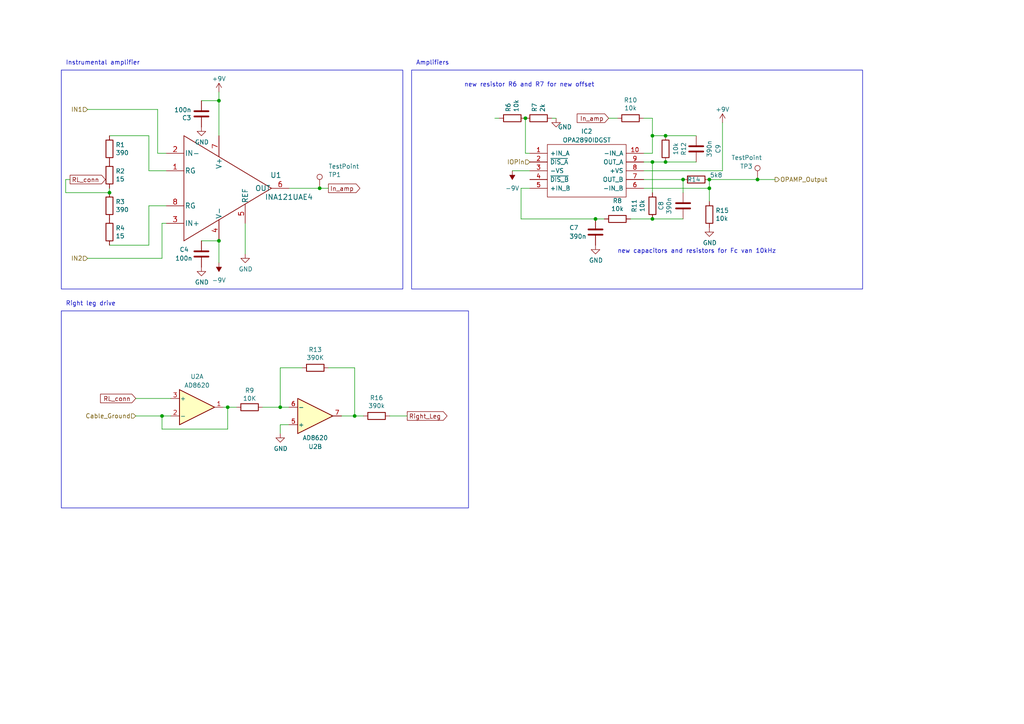
<source format=kicad_sch>
(kicad_sch (version 20230121) (generator eeschema)
  (paper "A4")
  (lib_symbols
    (symbol "2023-03-22_10-42-32:INA121UAE4" (pin_names (offset 0.254))
      (property "Reference" "U1" (at 13.97 3.81 0))
      (property "Value" "INA121UAE4" (at 17.78 -2.54 0))
      (symbol "INA121UAE4_1_1"
        (polyline (pts (xy -12.7 -15.24) (xy -12.7 15.24)) (stroke (width 0.2032)))
        (polyline (pts (xy -12.7 15.24) (xy 12.7 0)) (stroke (width 0.2032)))
        (polyline (pts (xy 12.7 0) (xy -12.7 -15.24)) (stroke (width 0.2032)))
        (pin unspecified line (at -17.78 5.08 0) (length 5.08) (name "RG") (number "1"))
        (pin input line (at -17.78 10.16 0) (length 5.08) (name "IN-") (number "2"))
        (pin input line (at -17.78 -10.16 0) (length 5.08) (name "IN+") (number "3"))
        (pin power_in line (at -2.54 -15.24 90) (length 6.096) (name "V-") (number "4"))
        (pin input line (at 5.08 -10.16 90) (length 5.588) (name "REF") (number "5"))
        (pin output line (at 17.78 0 180) (length 5.08) (name "OUT") (number "6"))
        (pin power_in line (at -2.54 15.24 270) (length 6.096) (name "V+") (number "7"))
        (pin unspecified line (at -17.78 -5.08 0) (length 5.08) (name "RG") (number "8"))
      )
    )
    (symbol "Amplifier_Operational:AD8620" (pin_names (offset 0.127))
      (property "Reference" "U" (at 0 5.08 0))
      (property "Value" "AD8620" (at 0 -5.08 0))
      (symbol "AD8620_1_1"
        (polyline (pts (xy -5.08 5.08) (xy 5.08 0) (xy -5.08 -5.08) (xy -5.08 5.08)) (stroke (width 0.254)) (fill (type background)))
        (pin output line (at 7.62 0 180) (length 2.54) (name "~") (number "1"))
        (pin input line (at -7.62 -2.54 0) (length 2.54) (name "-") (number "2"))
        (pin input line (at -7.62 2.54 0) (length 2.54) (name "+") (number "3"))
      )
      (symbol "AD8620_2_1"
        (polyline (pts (xy -5.08 5.08) (xy 5.08 0) (xy -5.08 -5.08) (xy -5.08 5.08)) (stroke (width 0.254)) (fill (type background)))
        (pin input line (at -7.62 2.54 0) (length 2.54) (name "+") (number "5"))
        (pin input line (at -7.62 -2.54 0) (length 2.54) (name "-") (number "6"))
        (pin output line (at 7.62 0 180) (length 2.54) (name "~") (number "7"))
      )
      (symbol "AD8620_3_1"
        (pin power_in line (at -2.54 -7.62 90) (length 3.81) (name "V-") (number "4"))
        (pin power_in line (at -2.54 7.62 270) (length 3.81) (name "V+") (number "8"))
      )
    )
    (symbol "Connector:TestPoint" (pin_numbers hide) (pin_names (offset 0.762) hide)
      (property "Reference" "TP" (at 0 6.858 0))
      (property "Value" "TestPoint" (at 0 5.08 0))
      (symbol "TestPoint_0_1"
        (circle (center 0 3.302) (radius 0.762))
      )
      (symbol "TestPoint_1_1"
        (pin passive line (at 0 0 90) (length 2.54) (name "1") (number "1"))
      )
    )
    (symbol "Device:C" (pin_numbers hide) (pin_names (offset 0.254))
      (property "Reference" "C" (at 0.635 2.54 0))
      (property "Value" "C" (at 0.635 -2.54 0))
      (symbol "C_0_1"
        (polyline (pts (xy -2.032 -0.762) (xy 2.032 -0.762)) (stroke (width 0.508)))
        (polyline (pts (xy -2.032 0.762) (xy 2.032 0.762)) (stroke (width 0.508)))
      )
      (symbol "C_1_1"
        (pin passive line (at 0 3.81 270) (length 2.794) (name "~") (number "1"))
        (pin passive line (at 0 -3.81 90) (length 2.794) (name "~") (number "2"))
      )
    )
    (symbol "Device:R" (pin_numbers hide) (pin_names (offset 0))
      (property "Reference" "R" (at 2.032 0 90))
      (property "Value" "R" (at 0 0 90))
      (symbol "R_0_1"
        (rectangle (start -1.016 -2.54) (end 1.016 2.54) (stroke (width 0.254)))
      )
      (symbol "R_1_1"
        (pin passive line (at 0 3.81 270) (length 1.27) (name "~") (number "1"))
        (pin passive line (at 0 -3.81 90) (length 1.27) (name "~") (number "2"))
      )
    )
    (symbol "OPA2890IDGST:OPA2890IDGST" (pin_names (offset 0.762))
      (property "Reference" "IC" (at 29.21 7.62 0))
      (property "Value" "OPA2890IDGST" (at 29.21 5.08 0))
      (symbol "OPA2890IDGST_0_0"
        (pin passive line (at 0 0 0) (length 5.08) (name "+IN_A") (number "1"))
        (pin passive line (at 33.02 0 180) (length 5.08) (name "-IN_A") (number "10"))
        (pin passive line (at 0 -2.54 0) (length 5.08) (name "~{DIS_A}") (number "2"))
        (pin passive line (at 0 -5.08 0) (length 5.08) (name "-VS") (number "3"))
        (pin passive line (at 0 -7.62 0) (length 5.08) (name "~{DIS_B}") (number "4"))
        (pin passive line (at 0 -10.16 0) (length 5.08) (name "+IN_B") (number "5"))
        (pin passive line (at 33.02 -10.16 180) (length 5.08) (name "-IN_B") (number "6"))
        (pin passive line (at 33.02 -7.62 180) (length 5.08) (name "OUT_B") (number "7"))
        (pin passive line (at 33.02 -5.08 180) (length 5.08) (name "+VS") (number "8"))
        (pin passive line (at 33.02 -2.54 180) (length 5.08) (name "OUT_A") (number "9"))
      )
      (symbol "OPA2890IDGST_0_1"
        (polyline (pts (xy 5.08 2.54) (xy 27.94 2.54) (xy 27.94 -12.7) (xy 5.08 -12.7) (xy 5.08 2.54)) (stroke (width 0.1524)))
      )
    )
    (symbol "power:+9V" (power) (pin_names (offset 0))
      (property "Value" "+9V" (at 0 3.556 0))
      (symbol "+9V_0_1"
        (polyline (pts (xy -0.762 1.27) (xy 0 2.54)))
        (polyline (pts (xy 0 0) (xy 0 2.54)))
        (polyline (pts (xy 0 2.54) (xy 0.762 1.27)))
      )
      (symbol "+9V_1_1"
        (pin power_in line (at 0 0 90) (length 0) hide (name "+9V") (number "1"))
      )
    )
    (symbol "power:-9V" (power) (pin_names (offset 0))
      (property "Value" "-9V" (at 0 3.81 0))
      (symbol "-9V_0_1"
        (polyline (pts (xy 0 0) (xy 0 2.54)))
        (polyline (pts (xy 0.762 1.27) (xy -0.762 1.27) (xy 0 2.54) (xy 0.762 1.27)) (fill (type outline)))
      )
      (symbol "-9V_1_1"
        (pin power_in line (at 0 0 90) (length 0) hide (name "-9V") (number "1"))
      )
    )
    (symbol "power:GND" (power) (pin_names (offset 0))
      (property "Value" "GND" (at 0 -3.81 0))
      (symbol "GND_0_1"
        (polyline (pts (xy 0 0) (xy 0 -1.27) (xy 1.27 -1.27) (xy 0 -2.54) (xy -1.27 -1.27) (xy 0 -1.27)))
      )
      (symbol "GND_1_1"
        (pin power_in line (at 0 0 270) (length 0) hide (name "GND") (number "1"))
      )
    )
  )
  (junction (at 219.71 52.07))
  (junction (at 189.23 39.37))
  (junction (at 189.23 46.99))
  (junction (at 152.4 34.29))
  (junction (at 66.04 118.11))
  (junction (at 172.72 63.5))
  (junction (at 102.87 120.65))
  (junction (at 92.71 54.61))
  (junction (at 205.74 54.61))
  (junction (at 205.74 52.07))
  (junction (at 81.28 118.11))
  (junction (at 31.75 55.88))
  (junction (at 193.04 39.37))
  (junction (at 189.23 63.5))
  (junction (at 63.5 29.21))
  (junction (at 46.99 120.65))
  (junction (at 198.12 52.07))
  (junction (at 193.04 46.99))
  (junction (at 63.5 69.85))
  (wire (pts (xy 58.42 69.85) (xy 63.5 69.85)))
  (wire (pts (xy 189.23 63.5) (xy 198.12 63.5)))
  (wire (pts (xy 25.4 74.93) (xy 46.99 74.93)))
  (wire (pts (xy 99.06 120.65) (xy 102.87 120.65)))
  (wire (pts (xy 81.28 123.19) (xy 81.28 125.73)))
  (wire (pts (xy 66.04 118.11) (xy 66.04 124.46)))
  (wire (pts (xy 46.99 64.77) (xy 46.99 74.93)))
  (wire (pts (xy 205.74 52.07) (xy 205.74 54.61)))
  (wire (pts (xy 63.5 69.85) (xy 63.5 76.2)))
  (wire (pts (xy 186.69 44.45) (xy 189.23 44.45)))
  (wire (pts (xy 186.69 54.61) (xy 205.74 54.61)))
  (wire (pts (xy 186.69 52.07) (xy 198.12 52.07)))
  (wire (pts (xy 189.23 39.37) (xy 189.23 44.45)))
  (wire (pts (xy 148.59 49.53) (xy 153.67 49.53)))
  (wire (pts (xy 102.87 120.65) (xy 102.87 106.68)))
  (wire (pts (xy 43.18 49.53) (xy 43.18 39.37)))
  (wire (pts (xy 209.55 35.56) (xy 209.55 49.53)))
  (wire (pts (xy 46.99 64.77) (xy 48.26 64.77)))
  (wire (pts (xy 66.04 124.46) (xy 46.99 124.46)))
  (wire (pts (xy 186.69 34.29) (xy 189.23 34.29)))
  (wire (pts (xy 31.75 39.37) (xy 43.18 39.37)))
  (wire (pts (xy 81.28 123.19) (xy 83.82 123.19)))
  (wire (pts (xy 46.99 124.46) (xy 46.99 120.65)))
  (wire (pts (xy 198.12 52.07) (xy 198.12 55.88)))
  (wire (pts (xy 95.25 106.68) (xy 102.87 106.68)))
  (wire (pts (xy 193.04 39.37) (xy 201.93 39.37)))
  (wire (pts (xy 113.03 120.65) (xy 118.11 120.65)))
  (wire (pts (xy 31.75 55.88) (xy 31.75 54.61)))
  (wire (pts (xy 193.04 46.99) (xy 201.93 46.99)))
  (wire (pts (xy 63.5 26.67) (xy 63.5 29.21)))
  (wire (pts (xy 19.05 55.88) (xy 31.75 55.88)))
  (wire (pts (xy 63.5 29.21) (xy 63.5 39.37)))
  (wire (pts (xy 81.28 106.68) (xy 87.63 106.68)))
  (wire (pts (xy 153.67 44.45) (xy 152.4 44.45)))
  (wire (pts (xy 219.71 52.07) (xy 224.79 52.07)))
  (wire (pts (xy 102.87 120.65) (xy 105.41 120.65)))
  (wire (pts (xy 189.23 34.29) (xy 189.23 39.37)))
  (wire (pts (xy 25.4 31.75) (xy 45.72 31.75)))
  (wire (pts (xy 152.4 44.45) (xy 152.4 34.29)))
  (wire (pts (xy 189.23 46.99) (xy 189.23 55.88)))
  (wire (pts (xy 81.28 106.68) (xy 81.28 118.11)))
  (wire (pts (xy 71.12 64.77) (xy 71.12 73.66)))
  (wire (pts (xy 81.28 118.11) (xy 76.2 118.11)))
  (wire (pts (xy 172.72 63.5) (xy 151.13 63.5)))
  (wire (pts (xy 189.23 39.37) (xy 193.04 39.37)))
  (wire (pts (xy 143.51 34.29) (xy 144.78 34.29)))
  (wire (pts (xy 81.28 118.11) (xy 83.82 118.11)))
  (wire (pts (xy 64.77 118.11) (xy 66.04 118.11)))
  (wire (pts (xy 182.88 63.5) (xy 189.23 63.5)))
  (wire (pts (xy 205.74 52.07) (xy 219.71 52.07)))
  (wire (pts (xy 186.69 46.99) (xy 189.23 46.99)))
  (wire (pts (xy 176.53 34.29) (xy 179.07 34.29)))
  (wire (pts (xy 19.05 55.88) (xy 19.05 52.07)))
  (wire (pts (xy 43.18 59.69) (xy 48.26 59.69)))
  (wire (pts (xy 31.75 71.12) (xy 43.18 71.12)))
  (wire (pts (xy 48.26 49.53) (xy 43.18 49.53)))
  (wire (pts (xy 151.13 54.61) (xy 153.67 54.61)))
  (wire (pts (xy 92.71 54.61) (xy 95.25 54.61)))
  (wire (pts (xy 39.37 115.57) (xy 49.53 115.57)))
  (wire (pts (xy 46.99 120.65) (xy 49.53 120.65)))
  (wire (pts (xy 151.13 63.5) (xy 151.13 54.61)))
  (wire (pts (xy 58.42 29.21) (xy 63.5 29.21)))
  (wire (pts (xy 83.82 54.61) (xy 92.71 54.61)))
  (wire (pts (xy 66.04 118.11) (xy 68.58 118.11)))
  (wire (pts (xy 19.05 52.07) (xy 20.32 52.07)))
  (wire (pts (xy 161.29 34.29) (xy 160.02 34.29)))
  (wire (pts (xy 209.55 49.53) (xy 186.69 49.53)))
  (wire (pts (xy 43.18 71.12) (xy 43.18 59.69)))
  (wire (pts (xy 48.26 44.45) (xy 45.72 44.45)))
  (wire (pts (xy 172.72 63.5) (xy 175.26 63.5)))
  (wire (pts (xy 189.23 46.99) (xy 193.04 46.99)))
  (wire (pts (xy 39.37 120.65) (xy 46.99 120.65)))
  (wire (pts (xy 205.74 54.61) (xy 205.74 58.42)))
  (wire (pts (xy 45.72 44.45) (xy 45.72 31.75)))
  (rectangle (start 17.78 20.32) (end 116.84 83.82))
  (rectangle (start 119.38 20.32) (end 250.19 83.82))
  (rectangle (start 17.78 90.17) (end 135.89 147.32))
  (text "Right leg drive" (at 19.05 88.9 0) (effects (font (size 1.27 1.27)) (justify left bottom)))
  (text "new capacitors and resistors for Fc van 10kHz" (at 179.07 73.66 0) (effects (font (size 1.27 1.27)) (justify left bottom)))
  (text "Instrumental amplifier" (at 19.05 19.05 0) (effects (font (size 1.27 1.27)) (justify left bottom)))
  (text "new resistor R6 and R7 for new offset\n" (at 134.62 25.4 0) (effects (font (size 1.27 1.27)) (justify left bottom)))
  (text "Amplifiers\n" (at 120.65 19.05 0) (effects (font (size 1.27 1.27)) (justify left bottom)))
  (global_label "In_amp" (shape input) (at 176.53 34.29 180) (property "Intersheetrefs" "${INTERSHEET_REFS}" (effects hide)))
  (global_label "RL_conn" (shape output) (at 20.32 52.07 0) (property "Intersheetrefs" "${INTERSHEET_REFS}" (effects hide)))
  (global_label "Right_Leg" (shape output) (at 118.11 120.65 0) (property "Intersheetrefs" "${INTERSHEET_REFS}" (effects hide)))
  (global_label "In_amp" (shape output) (at 95.25 54.61 0) (property "Intersheetrefs" "${INTERSHEET_REFS}" (effects hide)))
  (global_label "RL_conn" (shape input) (at 39.37 115.57 180) (property "Intersheetrefs" "${INTERSHEET_REFS}" (effects hide)))
  (hierarchical_label "IN2" (shape input) (at 25.4 74.93 180) (property "Intersheetrefs" "${INTERSHEET_REFS}" (effects hide)))
  (hierarchical_label "IN1" (shape input) (at 25.4 31.75 180) (property "Intersheetrefs" "${INTERSHEET_REFS}" (effects hide)))
  (hierarchical_label "OPAMP_Output" (shape output) (at 224.79 52.07 0) (property "Intersheetrefs" "${INTERSHEET_REFS}" (effects hide)))
  (hierarchical_label "Cable_Ground" (shape input) (at 39.37 120.65 180) (property "Intersheetrefs" "${INTERSHEET_REFS}" (effects hide)))
  (hierarchical_label "IOPin" (shape input) (at 153.67 46.99 180) (property "Intersheetrefs" "${INTERSHEET_REFS}" (effects hide)))
  (symbol (lib_id "Device:R") (at 31.75 50.8 0) (unit 1)
    (property "Reference" "R2" (at 33.528 49.6316 0) (effects (justify left)))
    (property "Value" "15" (at 33.528 51.943 0) (effects (justify left)))
    (property "Footprint" "Resistor_SMD:R_0402_1005Metric" (effects hide))
    (instances (project "Quest_EMG" (path "" (reference "R2") (unit 1)) (path "" (reference "R18") (unit 1))) (project "HARDIMPL" (path "" (reference "R2") (unit 1))))
  )
  (symbol (lib_id "Device:R") (at 91.44 106.68 270) (unit 1)
    (property "Reference" "R13" (at 91.44 101.4222 90))
    (property "Value" "390K" (at 91.44 103.7336 90))
    (property "Footprint" "Resistor_SMD:R_0402_1005Metric" (effects hide))
    (instances (project "Quest_EMG" (path "" (reference "R13") (unit 1)) (path "" (reference "R30") (unit 1))) (project "HARDIMPL" (path "" (reference "R12") (unit 1))))
  )
  (symbol (lib_id "Device:R") (at 156.21 34.29 90) (unit 1)
    (property "Reference" "R7" (at 155.0416 32.512 0) (effects (justify left)))
    (property "Value" "2k" (at 157.353 32.512 0) (effects (justify left)))
    (property "Footprint" "Resistor_SMD:R_0402_1005Metric" (effects hide))
    (instances (project "Quest_EMG" (path "" (reference "R7") (unit 1)) (path "" (reference "R22") (unit 1))) (project "HARDIMPL" (path "" (reference "R7") (unit 1))))
  )
  (symbol (lib_id "Device:R") (at 189.23 59.69 0) (unit 1)
    (property "Reference" "R11" (at 183.9722 59.69 90))
    (property "Value" "10k" (at 186.2836 59.69 90))
    (property "Footprint" "Resistor_SMD:R_0402_1005Metric" (effects hide))
    (instances (project "Quest_EMG" (path "" (reference "R11") (unit 1)) (path "" (reference "R25") (unit 1))) (project "HARDIMPL" (path "" (reference "R11") (unit 1))))
  )
  (symbol (lib_id "Device:R") (at 109.22 120.65 270) (unit 1)
    (property "Reference" "R16" (at 109.22 115.3922 90))
    (property "Value" "390k" (at 109.22 117.7036 90))
    (property "Footprint" "Resistor_SMD:R_0402_1005Metric" (effects hide))
    (instances (project "Quest_EMG" (path "" (reference "R16") (unit 1)) (path "" (reference "R31") (unit 1))) (project "HARDIMPL" (path "" (reference "R16") (unit 1))))
  )
  (symbol (lib_id "power:GND") (at 205.74 66.04 0) (unit 1)
    (property "Reference" "#PWR025" (effects hide))
    (property "Value" "GND" (at 205.867 70.4342 0))
    (instances (project "Quest_EMG" (path "" (reference "#PWR025") (unit 1)) (path "" (reference "#PWR030") (unit 1))) (project "HARDIMPL" (path "" (reference "#PWR023") (unit 1))))
  )
  (symbol (lib_id "power:+9V") (at 209.55 35.56 0) (unit 1)
    (property "Reference" "#PWR014" (effects hide))
    (property "Value" "+9V" (at 209.55 31.75 0))
    (instances (project "Quest_EMG" (path "" (reference "#PWR014") (unit 1)) (path "" (reference "#PWR031") (unit 1))))
  )
  (symbol (lib_id "Device:R") (at 31.75 43.18 0) (unit 1)
    (property "Reference" "R1" (at 33.528 42.0116 0) (effects (justify left)))
    (property "Value" "390" (at 33.528 44.323 0) (effects (justify left)))
    (property "Footprint" "Resistor_SMD:R_0402_1005Metric" (effects hide))
    (instances (project "Quest_EMG" (path "" (reference "R1") (unit 1)) (path "" (reference "R17") (unit 1))) (project "HARDIMPL" (path "" (reference "R1") (unit 1))))
  )
  (symbol (lib_id "Device:C") (at 198.12 59.69 0) (unit 1)
    (property "Reference" "C8" (at 191.7192 59.69 90))
    (property "Value" "390n" (at 194.0306 59.69 90))
    (property "Footprint" "Capacitor_SMD:C_0402_1005Metric" (effects hide))
    (instances (project "Quest_EMG" (path "" (reference "C8") (unit 1)) (path "" (reference "C13") (unit 1))) (project "HARDIMPL" (path "" (reference "C6") (unit 1))))
  )
  (symbol (lib_id "power:GND") (at 58.42 36.83 0) (unit 1)
    (property "Reference" "#PWR08" (effects hide))
    (property "Value" "GND" (at 58.547 41.2242 0))
    (instances (project "Quest_EMG" (path "" (reference "#PWR08") (unit 1)) (path "" (reference "#PWR018") (unit 1))) (project "HARDIMPL" (path "" (reference "#PWR08") (unit 1))))
  )
  (symbol (lib_id "Connector:TestPoint") (at 92.71 54.61 0) (unit 1)
    (property "Reference" "TP1" (at 95.25 50.673 0) (effects (justify left)))
    (property "Value" "TestPoint" (at 95.25 48.26 0) (effects (justify left)))
    (property "Footprint" "TestPoint:TestPoint_Pad_1.0x1.0mm" (effects hide))
    (instances (project "Quest_EMG" (path "" (reference "TP1") (unit 1)) (path "" (reference "TP2") (unit 1))) (project "HARDIMPL" (path "" (reference "TP2") (unit 1))))
  )
  (symbol (lib_id "Device:R") (at 201.93 52.07 90) (unit 1)
    (property "Reference" "R14" (at 203.2 52.07 90) (effects (justify left)))
    (property "Value" "5k8" (at 209.55 50.8 90) (effects (justify left)))
    (property "Footprint" "Resistor_SMD:R_0402_1005Metric" (effects hide))
    (instances (project "Quest_EMG" (path "" (reference "R14") (unit 1)) (path "" (reference "R27") (unit 1))) (project "HARDIMPL" (path "" (reference "R14") (unit 1))))
  )
  (symbol (lib_id "Device:R") (at 182.88 34.29 270) (unit 1)
    (property "Reference" "R10" (at 182.88 29.0322 90))
    (property "Value" "10k" (at 182.88 31.3436 90))
    (property "Footprint" "Resistor_SMD:R_0402_1005Metric" (effects hide))
    (instances (project "Quest_EMG" (path "" (reference "R10") (unit 1)) (path "" (reference "R24") (unit 1))) (project "HARDIMPL" (path "" (reference "R10") (unit 1))))
  )
  (symbol (lib_id "Device:C") (at 201.93 43.18 0) (unit 1)
    (property "Reference" "C9" (at 208.28 43.18 90))
    (property "Value" "390n" (at 205.74 43.18 90))
    (property "Footprint" "Capacitor_SMD:C_0402_1005Metric" (effects hide))
    (instances (project "Quest_EMG" (path "" (reference "C9") (unit 1)) (path "" (reference "C14") (unit 1))) (project "HARDIMPL" (path "" (reference "C7") (unit 1))))
  )
  (symbol (lib_id "2023-03-22_10-42-32:INA121UAE4") (at 66.04 54.61 0) (unit 1)
    (property "Reference" "U1" (at 80.01 50.8 0) (effects (font (size 1.524 1.524))))
    (property "Value" "INA121UAE4" (at 83.82 57.15 0) (effects (font (size 1.524 1.524))))
    (property "Footprint" "footprints:INA121UAE4" (effects hide))
    (instances (project "Quest_EMG" (path "" (reference "U1") (unit 1)) (path "" (reference "U3") (unit 1))) (project "HARDIMPL" (path "" (reference "U1") (unit 1))))
  )
  (symbol (lib_id "Device:R") (at 193.04 43.18 180) (unit 1)
    (property "Reference" "R12" (at 198.2978 43.18 90))
    (property "Value" "10k" (at 195.9864 43.18 90))
    (property "Footprint" "Resistor_SMD:R_0402_1005Metric" (effects hide))
    (instances (project "Quest_EMG" (path "" (reference "R12") (unit 1)) (path "" (reference "R26") (unit 1))) (project "HARDIMPL" (path "" (reference "R13") (unit 1))))
  )
  (symbol (lib_id "Device:C") (at 58.42 33.02 180) (unit 1)
    (property "Reference" "C3" (at 55.499 34.1884 0) (effects (justify left)))
    (property "Value" "100n" (at 55.499 31.877 0) (effects (justify left)))
    (property "Footprint" "Capacitor_SMD:C_0402_1005Metric" (effects hide))
    (instances (project "Quest_EMG" (path "" (reference "C3") (unit 1)) (path "" (reference "C10") (unit 1))) (project "HARDIMPL" (path "" (reference "C3") (unit 1))))
  )
  (symbol (lib_id "power:-9V") (at 63.5 76.2 180) (unit 1)
    (property "Reference" "#PWR011" (effects hide))
    (property "Value" "-9V" (at 63.5 81.28 0))
    (instances (project "Quest_EMG" (path "" (reference "#PWR011") (unit 1)) (path "" (reference "#PWR021") (unit 1))))
  )
  (symbol (lib_id "power:+9V") (at 63.5 26.67 0) (unit 1)
    (property "Reference" "#PWR010" (effects hide))
    (property "Value" "+9V" (at 63.5 22.86 0))
    (instances (project "Quest_EMG" (path "" (reference "#PWR010") (unit 1)) (path "" (reference "#PWR020") (unit 1))))
  )
  (symbol (lib_id "power:GND") (at 161.29 34.29 0) (unit 1)
    (property "Reference" "#PWR022" (effects hide))
    (property "Value" "GND" (at 163.83 36.83 0))
    (instances (project "Quest_EMG" (path "" (reference "#PWR022") (unit 1)) (path "" (reference "#PWR028") (unit 1))) (project "HARDIMPL" (path "" (reference "#PWR020") (unit 1))))
  )
  (symbol (lib_id "OPA2890IDGST:OPA2890IDGST") (at 153.67 44.45 0) (unit 1)
    (property "Reference" "IC2" (at 170.18 38.1 0))
    (property "Value" "OPA2890IDGST" (at 170.18 40.64 0))
    (property "Footprint" "OPA2890:SOP50P490X110-10N" (effects hide))
    (property "Datasheet" "http://www.ti.com/lit/gpn/opa2890" (effects hide))
    (property "Description" "Dual 250MHz , Low Power, Wideband, Voltage Feedback Operational Amplifier with Disable" (effects hide))
    (property "Height" "1.1" (effects hide))
    (property "Mouser Part Number" "595-OPA2890IDGST" (effects hide))
    (property "Mouser Price/Stock" "https://www.mouser.com/Search/Refine.aspx?Keyword=595-OPA2890IDGST" (effects hide))
    (property "Manufacturer_Name" "Texas Instruments" (effects hide))
    (property "Manufacturer_Part_Number" "OPA2890IDGST" (effects hide))
    (instances (project "Quest_EMG" (path "" (reference "IC2") (unit 1)) (path "" (reference "IC1") (unit 1))) (project "HARDIMPL" (path "" (reference "IC2") (unit 1))))
  )
  (symbol (lib_id "Device:R") (at 148.59 34.29 90) (unit 1)
    (property "Reference" "R6" (at 147.4216 32.512 0) (effects (justify left)))
    (property "Value" "10k" (at 149.733 32.512 0) (effects (justify left)))
    (property "Footprint" "Resistor_SMD:R_0402_1005Metric" (effects hide))
    (instances (project "Quest_EMG" (path "" (reference "R6") (unit 1)) (path "" (reference "R21") (unit 1))) (project "HARDIMPL" (path "" (reference "R6") (unit 1))))
  )
  (symbol (lib_id "power:GND") (at 172.72 71.12 0) (unit 1)
    (property "Reference" "#PWR023" (effects hide))
    (property "Value" "GND" (at 172.847 75.5142 0))
    (instances (project "Quest_EMG" (path "" (reference "#PWR023") (unit 1)) (path "" (reference "#PWR029") (unit 1))) (project "HARDIMPL" (path "" (reference "#PWR021") (unit 1))))
  )
  (symbol (lib_id "Device:R") (at 179.07 63.5 270) (unit 1)
    (property "Reference" "R8" (at 179.07 58.2422 90))
    (property "Value" "10k" (at 179.07 60.5536 90))
    (property "Footprint" "Resistor_SMD:R_0402_1005Metric" (effects hide))
    (instances (project "Quest_EMG" (path "" (reference "R8") (unit 1)) (path "" (reference "R23") (unit 1))) (project "HARDIMPL" (path "" (reference "R9") (unit 1))))
  )
  (symbol (lib_id "power:GND") (at 81.28 125.73 0) (unit 1)
    (property "Reference" "#PWR024" (effects hide))
    (property "Value" "GND" (at 81.407 130.1242 0))
    (instances (project "Quest_EMG" (path "" (reference "#PWR024") (unit 1)) (path "" (reference "#PWR032") (unit 1))) (project "HARDIMPL" (path "" (reference "#PWR022") (unit 1))))
  )
  (symbol (lib_id "Device:R") (at 31.75 67.31 0) (unit 1)
    (property "Reference" "R4" (at 33.528 66.1416 0) (effects (justify left)))
    (property "Value" "15" (at 33.528 68.453 0) (effects (justify left)))
    (property "Footprint" "Resistor_SMD:R_0402_1005Metric" (effects hide))
    (instances (project "Quest_EMG" (path "" (reference "R4") (unit 1)) (path "" (reference "R20") (unit 1))) (project "HARDIMPL" (path "" (reference "R4") (unit 1))))
  )
  (symbol (lib_id "Device:R") (at 72.39 118.11 270) (unit 1)
    (property "Reference" "R9" (at 72.39 113.2586 90))
    (property "Value" "10K" (at 72.39 115.57 90))
    (property "Footprint" "Resistor_SMD:R_0402_1005Metric" (effects hide))
    (instances (project "Quest_EMG" (path "" (reference "R9") (unit 1)) (path "" (reference "R29") (unit 1))) (project "HARDIMPL" (path "" (reference "R8") (unit 1))))
  )
  (symbol (lib_id "Device:C") (at 58.42 73.66 0) (unit 1)
    (property "Reference" "C4" (at 52.07 72.39 0) (effects (justify left)))
    (property "Value" "100n" (at 50.8 74.93 0) (effects (justify left)))
    (property "Footprint" "Capacitor_SMD:C_0402_1005Metric" (effects hide))
    (instances (project "Quest_EMG" (path "" (reference "C4") (unit 1)) (path "" (reference "C11") (unit 1))) (project "HARDIMPL" (path "" (reference "C4") (unit 1))))
  )
  (symbol (lib_id "power:-9V") (at 148.59 49.53 180) (unit 1)
    (property "Reference" "#PWR013" (effects hide))
    (property "Value" "-9V" (at 148.59 54.61 0))
    (instances (project "Quest_EMG" (path "" (reference "#PWR013") (unit 1)) (path "" (reference "#PWR027") (unit 1))))
  )
  (symbol (lib_id "Device:R") (at 31.75 59.69 0) (unit 1)
    (property "Reference" "R3" (at 33.528 58.5216 0) (effects (justify left)))
    (property "Value" "390" (at 33.528 60.833 0) (effects (justify left)))
    (property "Footprint" "Resistor_SMD:R_0402_1005Metric" (effects hide))
    (instances (project "Quest_EMG" (path "" (reference "R3") (unit 1)) (path "" (reference "R19") (unit 1))) (project "HARDIMPL" (path "" (reference "R3") (unit 1))))
  )
  (symbol (lib_id "power:GND") (at 71.12 73.66 0) (unit 1)
    (property "Reference" "#PWR012" (effects hide))
    (property "Value" "GND" (at 71.247 78.0542 0))
    (instances (project "Quest_EMG" (path "" (reference "#PWR012") (unit 1)) (path "" (reference "#PWR026") (unit 1))) (project "HARDIMPL" (path "" (reference "#PWR012") (unit 1))))
  )
  (symbol (lib_id "Amplifier_Operational:AD8620") (at 57.15 118.11 0) (unit 1)
    (property "Reference" "U2" (at 57.15 109.22 0))
    (property "Value" "AD8620" (at 57.15 111.76 0))
    (property "Footprint" "Package_SO:MSOP-8_3x3mm_P0.65mm" (effects hide))
    (property "Datasheet" "https://www.analog.com/media/en/technical-documentation/data-sheets/AD8610_8620.pdf" (effects hide))
    (instances (project "Quest_EMG" (path "" (reference "U2") (unit 1)) (path "" (reference "U4") (unit 1))) (project "HARDIMPL" (path "" (reference "U2") (unit 1))))
  )
  (symbol (lib_id "Device:C") (at 172.72 67.31 0) (unit 1)
    (property "Reference" "C7" (at 165.1 66.04 0) (effects (justify left)))
    (property "Value" "390n" (at 165.1 68.58 0) (effects (justify left)))
    (property "Footprint" "Capacitor_SMD:C_0402_1005Metric" (effects hide))
    (instances (project "Quest_EMG" (path "" (reference "C7") (unit 1)) (path "" (reference "C12") (unit 1))) (project "HARDIMPL" (path "" (reference "C5") (unit 1))))
  )
  (symbol (lib_id "Connector:TestPoint") (at 219.71 52.07 0) (unit 1)
    (property "Reference" "TP3" (at 214.63 48.26 0) (effects (justify left)))
    (property "Value" "TestPoint" (at 212.09 45.72 0) (effects (justify left)))
    (property "Footprint" "TestPoint:TestPoint_Pad_1.0x1.0mm" (effects hide))
    (instances (project "Quest_EMG" (path "" (reference "TP3") (unit 1)) (path "" (reference "TP4") (unit 1))) (project "HARDIMPL" (path "" (reference "TP3") (unit 1))))
  )
  (symbol (lib_id "Device:R") (at 205.74 62.23 0) (unit 1)
    (property "Reference" "R15" (at 207.518 61.0616 0) (effects (justify left)))
    (property "Value" "10k" (at 207.518 63.373 0) (effects (justify left)))
    (property "Footprint" "Resistor_SMD:R_0402_1005Metric" (effects hide))
    (instances (project "Quest_EMG" (path "" (reference "R15") (unit 1)) (path "" (reference "R28") (unit 1))) (project "HARDIMPL" (path "" (reference "R15") (unit 1))))
  )
  (symbol (lib_id "power:GND") (at 58.42 77.47 0) (unit 1)
    (property "Reference" "#PWR09" (effects hide))
    (property "Value" "GND" (at 58.547 81.8642 0))
    (instances (project "Quest_EMG" (path "" (reference "#PWR09") (unit 1)) (path "" (reference "#PWR019") (unit 1))) (project "HARDIMPL" (path "" (reference "#PWR09") (unit 1))))
  )
  (symbol (lib_id "Amplifier_Operational:AD8620") (at 91.44 120.65 0) (mirror x) (unit 2)
    (property "Reference" "U2" (at 91.44 129.54 0))
    (property "Value" "AD8620" (at 91.44 127 0))
    (property "Footprint" "Package_SO:MSOP-8_3x3mm_P0.65mm" (effects hide))
    (property "Datasheet" "https://www.analog.com/media/en/technical-documentation/data-sheets/AD8610_8620.pdf" (effects hide))
    (instances (project "Quest_EMG" (path "" (reference "U2") (unit 2)) (path "" (reference "U4") (unit 2))) (project "HARDIMPL" (path "" (reference "U2") (unit 2))))
  )
)
</source>
